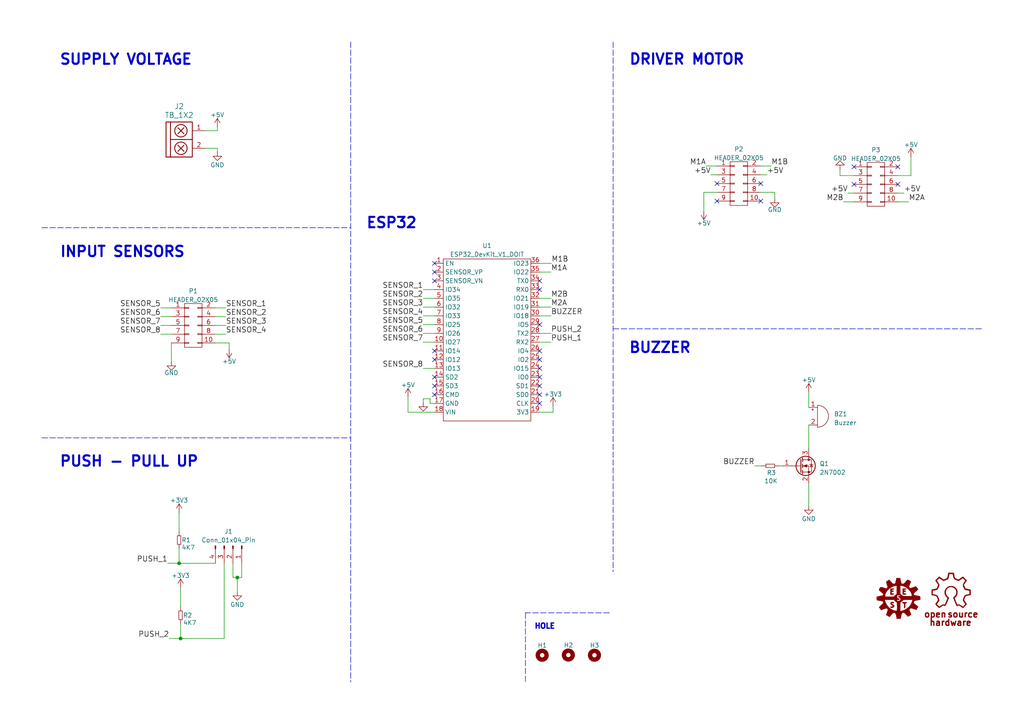
<source format=kicad_sch>
(kicad_sch (version 20230121) (generator eeschema)
  (paper "A4")
  (title_block (title "Main Board - B2023") (date "2023-03-02") (rev "1.0") (company "E.E.S.T. N°5") (comment 1 "Autor: Mauricio Falcon") (comment 2 "CURSO: 7MO 3RA"))
  (lib_symbols
    (symbol "2019---Sumo---NANO---BTS7960-rescue:LOGO_ROTULO-EESTN5" (pin_names (offset 1.016))
      (symbol "LOGO_ROTULO-EESTN5_0_0"
        (polyline (pts (xy 1.8034 -2.921) (xy 1.8796 -2.8194) (xy 1.905 -2.6162) (xy 1.9304 -2.2352) (xy 1.9304 -1.7272) (xy 1.9558 -1.5748) (xy 2.032 -1.524) (xy 2.1844 -1.524) (xy 2.3368 -1.4732) (xy 2.4384 -1.3716) (xy 2.413 -1.3208) (xy 2.3368 -1.2446) (xy 2.1336 -1.2192) (xy 1.2954 -1.2192) (xy 1.143 -1.27) (xy 1.1176 -1.3716) (xy 1.143 -1.4478) (xy 1.3716 -1.524) (xy 1.4224 -1.524) (xy 1.524 -1.5494) (xy 1.5748 -1.6256) (xy 1.6002 -1.8542) (xy 1.6256 -2.2352) (xy 1.6256 -2.7432) (xy 1.6764 -2.8956) (xy 1.778 -2.9464) (xy 1.8034 -2.921)) (stroke (width 0.0254)) (fill (type outline)))
        (polyline (pts (xy -1.5748 1.0414) (xy -1.397 1.0922) (xy -1.3208 1.1684) (xy -1.3462 1.1938) (xy -1.4224 1.2954) (xy -1.6764 1.3208) (xy -1.905 1.3462) (xy -2.0066 1.4224) (xy -2.032 1.5748) (xy -2.032 1.7018) (xy -1.9558 1.8034) (xy -1.7272 1.8288) (xy -1.524 1.8796) (xy -1.4224 1.9812) (xy -1.4986 2.1082) (xy -1.7272 2.1336) (xy -1.9558 2.1844) (xy -2.032 2.286) (xy -2.032 2.3114) (xy -1.9558 2.413) (xy -1.6764 2.4384) (xy -1.651 2.4638) (xy -1.4224 2.4892) (xy -1.3208 2.5908) (xy -1.3716 2.6924) (xy -1.524 2.7432) (xy -2.3368 2.7432) (xy -2.3368 1.016) (xy -1.8288 1.016) (xy -1.5748 1.0414)) (stroke (width 0.0254)) (fill (type outline)))
        (polyline (pts (xy 1.9812 1.0414) (xy 2.159 1.0922) (xy 2.2352 1.1684) (xy 2.2098 1.1938) (xy 2.1336 1.2954) (xy 1.8796 1.3208) (xy 1.651 1.3462) (xy 1.5494 1.4224) (xy 1.524 1.5748) (xy 1.524 1.7018) (xy 1.6002 1.8034) (xy 1.8288 1.8288) (xy 2.032 1.8796) (xy 2.1336 1.9812) (xy 2.0574 2.1082) (xy 1.8288 2.1336) (xy 1.6002 2.1844) (xy 1.524 2.286) (xy 1.524 2.3114) (xy 1.6002 2.413) (xy 1.8796 2.4384) (xy 1.905 2.4638) (xy 2.1336 2.4892) (xy 2.2352 2.5908) (xy 2.1844 2.6924) (xy 2.032 2.7432) (xy 1.2192 2.7432) (xy 1.2192 1.016) (xy 1.7272 1.016) (xy 1.9812 1.0414)) (stroke (width 0.0254)) (fill (type outline)))
        (polyline (pts (xy -1.6256 -2.7686) (xy -1.4224 -2.667) (xy -1.27 -2.4892) (xy -1.2446 -2.2606) (xy -1.397 -2.0066) (xy -1.778 -1.778) (xy -1.905 -1.6764) (xy -2.032 -1.524) (xy -2.032 -1.4478) (xy -1.9304 -1.4224) (xy -1.4732 -1.4732) (xy -1.3716 -1.4478) (xy -1.3462 -1.3208) (xy -1.4732 -1.1684) (xy -1.7272 -1.1176) (xy -1.9812 -1.143) (xy -2.1844 -1.27) (xy -2.2606 -1.3208) (xy -2.3368 -1.5748) (xy -2.2352 -1.8288) (xy -1.9304 -2.032) (xy -1.6764 -2.2098) (xy -1.6002 -2.3368) (xy -1.6764 -2.4384) (xy -1.9558 -2.4638) (xy -1.9812 -2.4638) (xy -2.2606 -2.4892) (xy -2.3622 -2.6162) (xy -2.286 -2.7686) (xy -2.159 -2.8194) (xy -1.905 -2.8194) (xy -1.6256 -2.7686)) (stroke (width 0.0254)) (fill (type outline)))
        (polyline (pts (xy 0.762 -5.1816) (xy 0.8128 -4.953) (xy 0.9144 -4.6228) (xy 0.9906 -4.445) (xy 1.0922 -4.318) (xy 1.2446 -4.2418) (xy 1.3716 -4.2164) (xy 1.524 -4.2164) (xy 1.6764 -4.2926) (xy 1.8796 -4.4704) (xy 2.794 -5.3848) (xy 3.2258 -5.1054) (xy 3.3782 -5.0038) (xy 3.556 -4.8514) (xy 3.6576 -4.7498) (xy 3.6068 -4.6482) (xy 3.5306 -4.4196) (xy 3.4036 -4.0894) (xy 3.302 -3.8862) (xy 3.175 -3.5814) (xy 3.1496 -3.3782) (xy 3.2004 -3.2258) (xy 3.429 -2.9972) (xy 3.556 -2.9464) (xy 3.7084 -2.9718) (xy 3.9624 -3.0226) (xy 4.3688 -3.1496) (xy 5.1562 -3.429) (xy 5.4102 -2.9718) (xy 5.5118 -2.8194) (xy 5.6388 -2.5908) (xy 5.6896 -2.4892) (xy 5.6642 -2.4892) (xy 5.5626 -2.3622) (xy 5.3086 -2.1844) (xy 5.0038 -1.9558) (xy 4.6736 -1.6764) (xy 4.445 -1.4732) (xy 4.3942 -1.3208) (xy 4.4196 -1.27) (xy 4.4704 -1.0922) (xy 4.572 -0.9144) (xy 4.7752 -0.762) (xy 5.0292 -0.7112) (xy 5.1308 -0.6858) (xy 5.4356 -0.6604) (xy 5.7658 -0.5842) (xy 6.2992 -0.4826) (xy 6.2992 0.0254) (xy 6.2738 0.0508) (xy 6.2738 0.3048) (xy 6.223 0.4572) (xy 6.096 0.5588) (xy 5.842 0.6096) (xy 5.4356 0.6604) (xy 5.1054 0.7112) (xy 4.7752 0.7874) (xy 4.572 0.8382) (xy 4.4704 0.9398) (xy 4.4196 1.0922) (xy 4.4196 1.2446) (xy 4.5212 1.397) (xy 4.699 1.6256) (xy 5.0292 1.905) (xy 5.1562 2.0066) (xy 5.6134 2.4638) (xy 5.6642 2.54) (xy 5.6642 2.5908) (xy 5.5372 2.7686) (xy 5.334 2.9972) (xy 5.0292 3.3782) (xy 3.4544 2.8194) (xy 3.2258 3.0226) (xy 2.9972 3.2512) (xy 3.302 3.9878) (xy 3.3274 4.0894) (xy 3.4544 4.4196) (xy 3.556 4.6736) (xy 3.5814 4.7752) (xy 3.5052 4.8514) (xy 3.302 4.9784) (xy 3.048 5.1308) (xy 2.8448 5.2324) (xy 2.7178 5.2832) (xy 2.6924 5.2832) (xy 2.5908 5.2324) (xy 2.4384 5.1054) (xy 2.2098 4.8768) (xy 1.8796 4.4958) (xy 1.524 4.1402) (xy 1.3716 4.0894) (xy 1.143 4.1148) (xy 0.889 4.2164) (xy 0.7874 4.3434) (xy 0.7366 4.5974) (xy 0.635 5.0038) (xy 0.4572 5.7912) (xy -0.5842 5.7912) (xy -0.7112 5.1054) (xy -0.8128 4.699) (xy -0.889 4.4196) (xy -0.9652 4.2418) (xy -1.0922 4.1656) (xy -1.2954 4.1148) (xy -1.524 4.1148) (xy -1.6764 4.191) (xy -1.8796 4.3688) (xy -2.1336 4.6736) (xy -2.6924 5.2832) (xy -3.0988 5.0546) (xy -3.2258 4.953) (xy -3.4544 4.8006) (xy -3.556 4.6736) (xy -3.5306 4.5212) (xy -3.4544 4.2164) (xy -3.3528 3.8608) (xy -3.1242 3.175) (xy -3.3528 2.9464) (xy -3.556 2.7178) (xy -4.0386 2.8956) (xy -4.572 3.0734) (xy -4.9022 3.1496) (xy -5.0546 3.1496) (xy -5.2324 3.1242) (xy -5.3594 3.0226) (xy -5.5118 2.7432) (xy -5.5626 2.6162) (xy -5.6388 2.3876) (xy -5.6388 2.2606) (xy -5.5118 2.1336) (xy -5.2832 1.9558) (xy -4.9784 1.7018) (xy -4.7752 1.524) (xy -4.5466 1.3208) (xy -4.4704 1.143) (xy -4.445 0.9906) (xy -4.4704 0.889) (xy -4.5212 0.8128) (xy -4.6228 0.7366) (xy -4.826 0.6858) (xy -5.1562 0.6096) (xy -5.6388 0.508) (xy -6.1722 0.4064) (xy -3.8608 0.4064) (xy -3.8608 0.7874) (xy -3.8354 1.1176) (xy -3.6068 1.6256) (xy -3.2512 2.159) (xy -2.7686 2.6416) (xy -2.6416 2.7432) (xy -2.159 3.048) (xy -1.651 3.3274) (xy -1.1684 3.5052) (xy -0.762 3.556) (xy -0.508 3.556) (xy -0.508 1.1938) (xy -0.5588 1.143) (xy 0.508 1.143) (xy 0.508 3.429) (xy 0.5588 3.5814) (xy 0.6096 3.6322) (xy 0.6858 3.6322) (xy 0.9144 3.5814) (xy 1.1938 3.5052) (xy 1.3462 3.4798) (xy 1.9304 3.2512) (xy 2.4892 2.8702) (xy 2.9972 2.413) (xy 3.429 1.905) (xy 3.7338 1.3716) (xy 3.8608 0.8636) (xy 3.9116 0.5588) (xy 2.5654 0.5334) (xy 2.0066 0.5334) (xy 1.5748 0.5588) (xy 1.2954 0.5842) (xy 1.2192 0.6096) (xy 1.0668 0.762) (xy 0.8636 0.9144) (xy 0.508 1.143) (xy -0.5588 1.143) (xy -0.9398 0.8128) (xy -1.3716 0.4064) (xy -3.8608 0.4064) (xy -6.1722 0.4064) (xy -6.3246 0.381) (xy -6.2992 -0.127) (xy -6.2738 -0.508) (xy -3.9878 -0.508) (xy -1.3208 -0.508) (xy -1.1938 -0.6604) (xy -0.508 -0.6604) (xy -0.4318 -0.5588) (xy -0.127 -0.5334) (xy 0.0762 -0.5334) (xy 0.2032 -0.4826) (xy 0.254 -0.3556) (xy 0.2286 -0.2794) (xy 0.1524 -0.1524) (xy -0.0762 -0.1016) (xy -0.2032 -0.1016) (xy -0.3556 -0.0508) (xy -0.4064 0.1016) (xy -0.4064 0.8128) (xy 0.2286 0.8128) (xy 0.4318 0.762) (xy 0.508 0.6604) (xy 0.4318 0.5588) (xy 0.2032 0.508) (xy 0 0.4826) (xy -0.1016 0.4064) (xy -0.0254 0.2794) (xy 0.2286 0.1524) (xy 0.3556 0.127) (xy 0.508 -0.0254) (xy 0.5842 -0.254) (xy 0.5842 -0.2794) (xy 0.5588 -0.5588) (xy 0.381 -0.7366) (xy 0.3302 -0.762) (xy 0.0508 -0.8636) (xy -0.2286 -0.889) (xy -0.4318 -0.8128) (xy -0.508 -0.6604) (xy -1.1938 -0.6604) (xy -1.016 -0.8636) (xy -0.9144 -0.9652) (xy -0.7112 -1.143) (xy -0.5588 -1.2192) (xy -0.508 -1.2192) (xy -0.4572 -1.3462) (xy -0.4318 -1.5494) (xy -0.4318 -1.9304) (xy -0.4318 -2.032) (xy 0.508 -2.032) (xy 0.5334 -1.5748) (xy 0.5588 -1.2954) (xy 0.5842 -1.2192) (xy 0.6604 -1.1938) (xy 0.8382 -1.0414) (xy 1.0922 -0.8636) (xy 1.4732 -0.508) (xy 4.064 -0.508) (xy 3.9878 -0.8382) (xy 3.9878 -0.889) (xy 3.81 -1.3462) (xy 3.556 -1.8542) (xy 3.2258 -2.3368) (xy 2.921 -2.667) (xy 2.6924 -2.8448) (xy 2.3114 -3.1242) (xy 1.9304 -3.3274) (xy 1.6256 -3.4798) (xy 1.2192 -3.6322) (xy 0.9144 -3.7338) (xy 0.508 -3.8354) (xy 0.508 -2.032) (xy -0.4318 -2.032) (xy -0.4064 -2.4892) (xy -0.4064 -2.8448) (xy -0.4318 -3.302) (xy -0.4572 -3.5814) (xy -0.5588 -3.7084) (xy -0.7366 -3.7592) (xy -0.9906 -3.683) (xy -1.3716 -3.5814) (xy -1.9304 -3.3528) (xy -2.6162 -2.8956) (xy -3.175 -2.286) (xy -3.6322 -1.5748) (xy -3.9116 -0.7874) (xy -3.9878 -0.508) (xy -6.2738 -0.508) (xy -6.2484 -0.635) (xy -5.3848 -0.7874) (xy -5.0546 -0.8382) (xy -4.7498 -0.9144) (xy -4.572 -0.9652) (xy -4.4704 -1.0668) (xy -4.4196 -1.1938) (xy -4.4196 -1.3716) (xy -4.4958 -1.524) (xy -4.6736 -1.7272) (xy -4.9784 -2.032) (xy -5.08 -2.1082) (xy -5.5372 -2.5654) (xy -5.6134 -2.6924) (xy -5.588 -2.7178) (xy -5.4864 -2.8956) (xy -5.3086 -3.1242) (xy -5.0292 -3.4798) (xy -4.2164 -3.2004) (xy -3.8608 -3.0734) (xy -3.6068 -2.9972) (xy -3.429 -2.9972) (xy -3.3274 -3.0226) (xy -3.2258 -3.1242) (xy -3.1496 -3.2258) (xy -3.0988 -3.3274) (xy -3.0988 -3.4798) (xy -3.175 -3.7084) (xy -3.302 -4.1148) (xy -3.3528 -4.2418) (xy -3.4544 -4.572) (xy -3.5306 -4.826) (xy -3.5306 -4.9276) (xy -3.5052 -4.953) (xy -3.302 -5.0546) (xy -3.048 -5.207) (xy -2.5654 -5.461) (xy -2.0574 -4.826) (xy -1.7526 -4.4958) (xy -1.524 -4.318) (xy -1.3462 -4.2418) (xy -1.1684 -4.2418) (xy -1.016 -4.2926) (xy -0.9144 -4.3942) (xy -0.8128 -4.5974) (xy -0.7112 -4.9276) (xy -0.6096 -5.4102) (xy -0.508 -5.9944) (xy 0.5842 -5.9944) (xy 0.762 -5.1816)) (stroke (width 0.0254)) (fill (type outline)))
      )
    )
    (symbol "2019---Sumo---NANO---BTS7960-rescue:OSHWA-EESTN5" (pin_names (offset 1.016))
      (symbol "OSHWA-EESTN5_0_0"
        (polyline (pts (xy 5.7912 2.667) (xy 5.5372 2.7178) (xy 5.4864 2.7432) (xy 5.4864 1.8796) (xy 5.4864 1.8288) (xy 5.4864 1.6002) (xy 5.4864 1.4732) (xy 5.4102 1.3716) (xy 5.2832 1.3208) (xy 5.0038 1.27) (xy 4.6228 1.1938) (xy 4.572 1.1684) (xy 4.318 1.1176) (xy 4.1656 1.0414) (xy 4.0386 0.889) (xy 3.937 0.6604) (xy 3.8354 0.4064) (xy 3.683 0.0762) (xy 3.6068 -0.1778) (xy 3.5814 -0.3556) (xy 3.6322 -0.5334) (xy 3.7592 -0.7366) (xy 3.9116 -0.9906) (xy 4.318 -1.5494) (xy 3.937 -1.9304) (xy 3.5814 -2.3114) (xy 3.048 -1.9558) (xy 2.794 -1.778) (xy 2.5654 -1.651) (xy 2.3876 -1.6256) (xy 2.2098 -1.6256) (xy 1.905 -1.6764) (xy 1.4986 -0.7112) (xy 1.1176 0.2286) (xy 1.397 0.508) (xy 1.5748 0.6604) (xy 1.8034 1.016) (xy 1.9304 1.397) (xy 1.9812 1.8542) (xy 1.9812 1.9304) (xy 1.9558 2.2606) (xy 1.905 2.54) (xy 1.7526 2.8194) (xy 1.4732 3.175) (xy 1.0668 3.5052) (xy 0.5842 3.683) (xy 0.1016 3.7338) (xy -0.4064 3.6576) (xy -0.889 3.429) (xy -1.2954 3.048) (xy -1.3462 2.9972) (xy -1.6256 2.5146) (xy -1.7526 2.0066) (xy -1.7018 1.4986) (xy -1.4986 0.9906) (xy -1.143 0.508) (xy -0.8636 0.2032) (xy -1.2446 -0.7366) (xy -1.651 -1.6764) (xy -1.9558 -1.6256) (xy -2.1082 -1.6256) (xy -2.286 -1.651) (xy -2.4892 -1.7526) (xy -2.7686 -1.9304) (xy -3.2766 -2.2606) (xy -3.6576 -1.905) (xy -4.0132 -1.524) (xy -3.6322 -0.9652) (xy -3.2766 -0.4064) (xy -3.429 0.0254) (xy -3.4544 0.1016) (xy -3.6068 0.508) (xy -3.7338 0.7874) (xy -3.8862 0.9906) (xy -4.0894 1.0922) (xy -4.3688 1.1938) (xy -4.7752 1.27) (xy -5.2578 1.3716) (xy -5.2324 1.905) (xy -5.207 2.413) (xy -4.5212 2.54) (xy -3.8608 2.667) (xy -3.5814 3.2512) (xy -3.556 3.302) (xy -3.4036 3.6068) (xy -3.3274 3.8862) (xy -3.2766 4.0386) (xy -3.3274 4.2164) (xy -3.4544 4.445) (xy -3.6322 4.7244) (xy -3.6576 4.7498) (xy -3.81 5.0292) (xy -3.937 5.207) (xy -3.9878 5.3086) (xy -3.9878 5.334) (xy -3.8862 5.461) (xy -3.7338 5.6388) (xy -3.5306 5.8166) (xy -3.3782 5.969) (xy -3.2766 6.0198) (xy -3.1496 5.9436) (xy -2.9464 5.8166) (xy -2.6924 5.6388) (xy -2.6162 5.588) (xy -2.3622 5.4102) (xy -2.159 5.3086) (xy -2.032 5.2578) (xy -1.8796 5.3086) (xy -1.6256 5.3848) (xy -1.3208 5.5118) (xy -1.2446 5.5372) (xy -0.9144 5.6896) (xy -0.7112 5.842) (xy -0.635 5.969) (xy -0.6096 6.096) (xy -0.5588 6.3754) (xy -0.4826 6.6802) (xy -0.381 7.239) (xy 0.127 7.239) (xy 0.635 7.239) (xy 0.7366 6.731) (xy 0.7874 6.477) (xy 0.8636 6.1722) (xy 0.9398 5.9436) (xy 1.0414 5.8166) (xy 1.1684 5.715) (xy 1.3462 5.6134) (xy 1.4478 5.5626) (xy 1.778 5.4356) (xy 2.032 5.334) (xy 2.1844 5.2832) (xy 2.3114 5.2832) (xy 2.4638 5.334) (xy 2.667 5.4356) (xy 2.9464 5.6388) (xy 3.556 6.0452) (xy 3.937 5.6896) (xy 4.2926 5.3086) (xy 3.9116 4.7498) (xy 3.8354 4.6228) (xy 3.683 4.318) (xy 3.5814 4.0894) (xy 3.6068 3.8354) (xy 3.683 3.5306) (xy 3.8862 3.1496) (xy 4.1148 2.667) (xy 4.7752 2.54) (xy 5.461 2.413) (xy 5.4864 1.8796) (xy 5.4864 2.7432) (xy 5.4102 2.7432) (xy 5.1054 2.8194) (xy 4.8006 2.8956) (xy 4.2926 2.9718) (xy 4.064 3.5306) (xy 3.81 4.0894) (xy 4.2418 4.7244) (xy 4.6736 5.3594) (xy 4.1148 5.9182) (xy 3.5814 6.4516) (xy 2.921 6.0198) (xy 2.286 5.5626) (xy 1.7526 5.7912) (xy 1.1938 6.0452) (xy 1.0922 6.5532) (xy 1.0668 6.8072) (xy 0.9906 7.0866) (xy 0.9652 7.3152) (xy 0.9144 7.5438) (xy 0.127 7.5438) (xy -0.6604 7.5438) (xy -0.762 6.9342) (xy -0.8128 6.6802) (xy -0.889 6.35) (xy -0.9652 6.1214) (xy -1.0922 5.9944) (xy -1.27 5.8928) (xy -1.524 5.7658) (xy -2.032 5.588) (xy -2.667 6.0198) (xy -3.3274 6.477) (xy -3.8608 5.9182) (xy -4.4196 5.3594) (xy -3.9878 4.7244) (xy -3.556 4.0894) (xy -3.7846 3.556) (xy -3.7846 3.5306) (xy -3.8862 3.2766) (xy -3.9878 3.0734) (xy -4.0132 2.9972) (xy -4.0386 2.9718) (xy -4.191 2.9464) (xy -4.445 2.8956) (xy -4.7752 2.8194) (xy -5.5118 2.6924) (xy -5.5118 1.905) (xy -5.5118 1.143) (xy -4.9022 1.016) (xy -4.8768 1.016) (xy -4.5466 0.9652) (xy -4.2926 0.889) (xy -4.1402 0.8382) (xy -4.1148 0.8128) (xy -4.0132 0.6604) (xy -3.8862 0.4318) (xy -3.7592 0.1524) (xy -3.683 -0.1016) (xy -3.6576 -0.3048) (xy -3.7084 -0.4572) (xy -3.8608 -0.6858) (xy -4.0386 -0.9652) (xy -4.4196 -1.524) (xy -3.8862 -2.0828) (xy -3.7846 -2.2098) (xy -3.556 -2.413) (xy -3.3782 -2.5654) (xy -3.3274 -2.6162) (xy -3.302 -2.6162) (xy -3.2004 -2.54) (xy -2.9972 -2.413) (xy -2.7178 -2.2352) (xy -2.5654 -2.1082) (xy -2.3368 -1.9558) (xy -2.1844 -1.905) (xy -2.0574 -1.905) (xy -1.905 -1.9304) (xy -1.7018 -2.0066) (xy -1.5748 -2.0574) (xy -1.5494 -2.032) (xy -1.4732 -1.8796) (xy -1.3462 -1.6256) (xy -1.1684 -1.27) (xy -0.9906 -0.8636) (xy -0.4826 0.3556) (xy -0.8382 0.6604) (xy -1.016 0.8128) (xy -1.27 1.2192) (xy -1.4224 1.651) (xy -1.4224 2.1082) (xy -1.2954 2.5146) (xy -1.0922 2.8956) (xy -0.762 3.2004) (xy -0.3556 3.4036) (xy 0.1524 3.4798) (xy 0.4826 3.429) (xy 0.9144 3.2766) (xy 1.27 2.9718) (xy 1.5494 2.5908) (xy 1.6764 2.159) (xy 1.6764 1.8288) (xy 1.6256 1.4478) (xy 1.4732 1.0922) (xy 1.1684 0.762) (xy 0.762 0.3556) (xy 1.2446 -0.8128) (xy 1.3208 -1.016) (xy 1.4732 -1.397) (xy 1.6256 -1.7272) (xy 1.7272 -1.9558) (xy 1.778 -2.0574) (xy 1.8796 -2.0828) (xy 2.032 -2.0066) (xy 2.1844 -1.905) (xy 2.3114 -1.8796) (xy 2.4892 -1.905) (xy 2.7178 -2.032) (xy 3.0226 -2.2352) (xy 3.5814 -2.6416) (xy 4.1402 -2.0828) (xy 4.6736 -1.524) (xy 4.2926 -0.9652) (xy 4.2164 -0.8636) (xy 4.064 -0.6096) (xy 3.937 -0.381) (xy 3.8862 -0.2794) (xy 3.8862 -0.254) (xy 3.937 -0.0762) (xy 4.0386 0.1778) (xy 4.1402 0.4572) (xy 4.2418 0.6858) (xy 4.318 0.7874) (xy 4.3434 0.8128) (xy 4.4958 0.8636) (xy 4.7498 0.9398) (xy 5.08 1.016) (xy 5.7912 1.143) (xy 5.7912 1.905) (xy 5.7912 2.667) (xy 5.7912 2.667)) (stroke (width 0.0254)) (fill (type outline)))
        (text "hardware" (at -0.0254 -6.858 0) (effects (font (size 1.778 1.778) bold)))
        (text "open" (at -4.445 -4.445 0) (effects (font (size 1.778 1.778) bold)))
        (text "source" (at 3.556 -4.445 0) (effects (font (size 1.778 1.778) bold)))
      )
    )
    (symbol "2019---Sumo---NANO---BTS7960-rescue:R-EESTN5" (pin_numbers hide) (pin_names (offset 0))
      (property "Reference" "R" (at -1.27 0 90))
      (property "Value" "R-EESTN5" (at 1.27 0 90))
      (symbol "R-EESTN5_0_1"
        (rectangle (start 0.508 1.27) (end -0.508 -1.27))
      )
      (symbol "R-EESTN5_1_1"
        (pin passive line (at 0 2.54 270) (length 1.27) (name "~") (number "1"))
        (pin passive line (at 0 -2.54 90) (length 1.27) (name "~") (number "2"))
      )
    )
    (symbol "Connector:Conn_01x04_Pin" (pin_names (offset 1.016) hide)
      (property "Reference" "J" (at 0 5.08 0))
      (property "Value" "Conn_01x04_Pin" (at 0 -7.62 0))
      (symbol "Conn_01x04_Pin_1_1"
        (polyline (pts (xy 1.27 -5.08) (xy 0.8636 -5.08)) (stroke (width 0.1524)))
        (polyline (pts (xy 1.27 -2.54) (xy 0.8636 -2.54)) (stroke (width 0.1524)))
        (polyline (pts (xy 1.27 0) (xy 0.8636 0)) (stroke (width 0.1524)))
        (polyline (pts (xy 1.27 2.54) (xy 0.8636 2.54)) (stroke (width 0.1524)))
        (rectangle (start 0.8636 -4.953) (end 0 -5.207) (stroke (width 0.1524)) (fill (type outline)))
        (rectangle (start 0.8636 -2.413) (end 0 -2.667) (stroke (width 0.1524)) (fill (type outline)))
        (rectangle (start 0.8636 0.127) (end 0 -0.127) (stroke (width 0.1524)) (fill (type outline)))
        (rectangle (start 0.8636 2.667) (end 0 2.413) (stroke (width 0.1524)) (fill (type outline)))
        (pin passive line (at 5.08 2.54 180) (length 3.81) (name "Pin_1") (number "1"))
        (pin passive line (at 5.08 0 180) (length 3.81) (name "Pin_2") (number "2"))
        (pin passive line (at 5.08 -2.54 180) (length 3.81) (name "Pin_3") (number "3"))
        (pin passive line (at 5.08 -5.08 180) (length 3.81) (name "Pin_4") (number "4"))
      )
    )
    (symbol "Device:Buzzer" (pin_names (offset 0.0254) hide)
      (property "Reference" "BZ" (at 3.81 1.27 0))
      (property "Value" "Buzzer" (at 3.81 -1.27 0))
      (symbol "Buzzer_0_1"
        (arc (start 0 -3.175) (mid 3.1612 0) (end 0 3.175))
        (polyline (pts (xy -1.651 1.905) (xy -1.143 1.905)))
        (polyline (pts (xy -1.397 2.159) (xy -1.397 1.651)))
        (polyline (pts (xy 0 3.175) (xy 0 -3.175)))
      )
      (symbol "Buzzer_1_1"
        (pin passive line (at -2.54 2.54 0) (length 2.54) (name "-") (number "1"))
        (pin passive line (at -2.54 -2.54 0) (length 2.54) (name "+") (number "2"))
      )
    )
    (symbol "EESTN5-v2:ESP32_DevKit_V1_DOIT"
      (property "Reference" "U" (at -11.43 34.29 0))
      (property "Value" "ESP32_DevKit_V1_DOIT" (at 11.43 34.29 0))
      (symbol "ESP32_DevKit_V1_DOIT_0_0"
        (pin bidirectional line (at 15.24 25.4 180) (length 2.54) (name "TX0") (number "34"))
        (pin bidirectional line (at 15.24 27.94 180) (length 2.54) (name "IO22") (number "35"))
        (pin bidirectional line (at 15.24 30.48 180) (length 2.54) (name "IO23") (number "36"))
      )
      (symbol "ESP32_DevKit_V1_DOIT_0_1"
        (rectangle (start -12.7 31.75) (end 12.7 -15.24))
      )
      (symbol "ESP32_DevKit_V1_DOIT_1_1"
        (pin input line (at -15.24 30.48 0) (length 2.54) (name "EN") (number "1"))
        (pin bidirectional line (at -15.24 7.62 0) (length 2.54) (name "IO27") (number "10"))
        (pin bidirectional line (at -15.24 5.08 0) (length 2.54) (name "IO14") (number "11"))
        (pin bidirectional line (at -15.24 2.54 0) (length 2.54) (name "IO12") (number "12"))
        (pin bidirectional line (at -15.24 0 0) (length 2.54) (name "IO13") (number "13"))
        (pin bidirectional line (at -15.24 -2.54 0) (length 2.54) (name "SD2") (number "14"))
        (pin bidirectional line (at -15.24 -5.08 0) (length 2.54) (name "SD3") (number "15"))
        (pin bidirectional line (at -15.24 -7.62 0) (length 2.54) (name "CMD") (number "16"))
        (pin power_in line (at -15.24 -10.16 0) (length 2.54) (name "GND") (number "17"))
        (pin power_in line (at -15.24 -12.7 0) (length 2.54) (name "VIN") (number "18"))
        (pin power_in line (at 15.24 -12.7 180) (length 2.54) (name "3V3") (number "19"))
        (pin input line (at -15.24 27.94 0) (length 2.54) (name "SENSOR_VP") (number "2"))
        (pin bidirectional line (at 15.24 -10.16 180) (length 2.54) (name "CLK") (number "20"))
        (pin bidirectional line (at 15.24 -7.62 180) (length 2.54) (name "SD0") (number "21"))
        (pin bidirectional line (at 15.24 -5.08 180) (length 2.54) (name "SD1") (number "22"))
        (pin bidirectional line (at 15.24 -2.54 180) (length 2.54) (name "IO0") (number "23"))
        (pin bidirectional line (at 15.24 0 180) (length 2.54) (name "IO15") (number "24"))
        (pin bidirectional line (at 15.24 2.54 180) (length 2.54) (name "IO2") (number "25"))
        (pin bidirectional line (at 15.24 5.08 180) (length 2.54) (name "IO4") (number "26"))
        (pin bidirectional line (at 15.24 7.62 180) (length 2.54) (name "RX2") (number "27"))
        (pin bidirectional line (at 15.24 10.16 180) (length 2.54) (name "TX2") (number "28"))
        (pin bidirectional line (at 15.24 12.7 180) (length 2.54) (name "IO5") (number "29"))
        (pin input line (at -15.24 25.4 0) (length 2.54) (name "SENSOR_VN") (number "3"))
        (pin bidirectional line (at 15.24 15.24 180) (length 2.54) (name "IO18") (number "30"))
        (pin bidirectional line (at 15.24 17.78 180) (length 2.54) (name "IO19") (number "31"))
        (pin bidirectional line (at 15.24 20.32 180) (length 2.54) (name "IO21") (number "32"))
        (pin bidirectional line (at 15.24 22.86 180) (length 2.54) (name "RX0") (number "33"))
        (pin input line (at -15.24 22.86 0) (length 2.54) (name "IO34") (number "4"))
        (pin input line (at -15.24 20.32 0) (length 2.54) (name "IO35") (number "5"))
        (pin bidirectional line (at -15.24 17.78 0) (length 2.54) (name "IO32") (number "6"))
        (pin bidirectional line (at -15.24 15.24 0) (length 2.54) (name "IO33") (number "7"))
        (pin bidirectional line (at -15.24 12.7 0) (length 2.54) (name "IO25") (number "8"))
        (pin bidirectional line (at -15.24 10.16 0) (length 2.54) (name "IO26") (number "9"))
      )
    )
    (symbol "EESTN5-v2:HEADER_02X05" (pin_names (offset 0.0254) hide)
      (property "Reference" "P" (at 0 7.62 0))
      (property "Value" "HEADER_02X05" (at 0 -7.62 0))
      (symbol "HEADER_02X05_0_1"
        (rectangle (start -2.54 -4.953) (end -1.27 -5.207))
        (rectangle (start -2.54 -2.413) (end -1.27 -2.667))
        (rectangle (start -2.54 0.127) (end -1.27 -0.127))
        (rectangle (start -2.54 2.667) (end -1.27 2.413))
        (rectangle (start -2.54 5.207) (end -1.27 4.953))
        (rectangle (start -2.54 6.35) (end 2.54 -6.35))
        (rectangle (start 1.27 -4.953) (end 2.54 -5.207))
        (rectangle (start 1.27 -2.413) (end 2.54 -2.667))
        (rectangle (start 1.27 0.127) (end 2.54 -0.127))
        (rectangle (start 1.27 2.667) (end 2.54 2.413))
        (rectangle (start 1.27 5.207) (end 2.54 4.953))
      )
      (symbol "HEADER_02X05_1_1"
        (pin passive line (at -6.35 5.08 0) (length 3.81) (name "P1") (number "1"))
        (pin passive line (at 6.35 -5.08 180) (length 3.81) (name "P10") (number "10"))
        (pin passive line (at 6.35 5.08 180) (length 3.81) (name "P2") (number "2"))
        (pin passive line (at -6.35 2.54 0) (length 3.81) (name "P3") (number "3"))
        (pin passive line (at 6.35 2.54 180) (length 3.81) (name "P4") (number "4"))
        (pin passive line (at -6.35 0 0) (length 3.81) (name "P5") (number "5"))
        (pin passive line (at 6.35 0 180) (length 3.81) (name "P6") (number "6"))
        (pin passive line (at -6.35 -2.54 0) (length 3.81) (name "P7") (number "7"))
        (pin passive line (at 6.35 -2.54 180) (length 3.81) (name "P8") (number "8"))
        (pin passive line (at -6.35 -5.08 0) (length 3.81) (name "P9") (number "9"))
      )
    )
    (symbol "EESTN5-v2:Mounting_Hole" (pin_names (offset 1.016))
      (property "Reference" "H" (at 0 5.08 0))
      (symbol "Mounting_Hole_0_1"
        (circle (center 0 0) (radius 1.27) (stroke (width 1.27)))
      )
    )
    (symbol "EESTN5-v2:TB_1X2" (pin_names (offset 1.016))
      (property "Reference" "J" (at 0 7.62 0))
      (property "Value" "TB_1X2" (at 1.27 -7.62 0))
      (symbol "TB_1X2_0_1"
        (rectangle (start -2.54 5.08) (end 5.08 -5.08) (stroke (width 0.254)))
        (polyline (pts (xy -1.27 0) (xy 5.08 0)) (stroke (width 0.254)))
        (polyline (pts (xy -1.27 5.08) (xy -1.27 -5.08)) (stroke (width 0.254)))
        (polyline (pts (xy 0.889 -3.429) (xy 2.667 -1.651)) (stroke (width 0.254)))
        (polyline (pts (xy 0.889 -1.651) (xy 2.667 -3.429)) (stroke (width 0.254)))
        (polyline (pts (xy 0.889 1.651) (xy 2.667 3.429)) (stroke (width 0.254)))
        (polyline (pts (xy 0.889 3.429) (xy 2.667 1.651)) (stroke (width 0.254)))
        (circle (center 1.778 -2.54) (radius 1.8034) (stroke (width 0.254)))
        (circle (center 1.778 2.54) (radius 1.8034) (stroke (width 0.254)))
      )
      (symbol "TB_1X2_1_1"
        (pin input line (at 8.89 2.54 180) (length 3.81) (name "~") (number "1"))
        (pin input line (at 8.89 -2.54 180) (length 3.81) (name "~") (number "2"))
      )
    )
    (symbol "Transistor_FET:2N7002" (pin_names hide)
      (property "Reference" "Q" (at 5.08 1.905 0))
      (property "Value" "2N7002" (at 5.08 0 0))
      (symbol "2N7002_0_1"
        (polyline (pts (xy 0.254 0) (xy -2.54 0)))
        (polyline (pts (xy 0.254 1.905) (xy 0.254 -1.905)) (stroke (width 0.254)))
        (polyline (pts (xy 0.762 -1.27) (xy 0.762 -2.286)) (stroke (width 0.254)))
        (polyline (pts (xy 0.762 0.508) (xy 0.762 -0.508)) (stroke (width 0.254)))
        (polyline (pts (xy 0.762 2.286) (xy 0.762 1.27)) (stroke (width 0.254)))
        (polyline (pts (xy 2.54 2.54) (xy 2.54 1.778)))
        (polyline (pts (xy 2.54 -2.54) (xy 2.54 0) (xy 0.762 0)))
        (polyline (pts (xy 0.762 -1.778) (xy 3.302 -1.778) (xy 3.302 1.778) (xy 0.762 1.778)))
        (polyline (pts (xy 1.016 0) (xy 2.032 0.381) (xy 2.032 -0.381) (xy 1.016 0)) (fill (type outline)))
        (polyline (pts (xy 2.794 0.508) (xy 2.921 0.381) (xy 3.683 0.381) (xy 3.81 0.254)))
        (polyline (pts (xy 3.302 0.381) (xy 2.921 -0.254) (xy 3.683 -0.254) (xy 3.302 0.381)))
        (circle (center 1.651 0) (radius 2.794) (stroke (width 0.254)))
        (circle (center 2.54 -1.778) (radius 0.254) (fill (type outline)))
        (circle (center 2.54 1.778) (radius 0.254) (fill (type outline)))
      )
      (symbol "2N7002_1_1"
        (pin input line (at -5.08 0 0) (length 2.54) (name "G") (number "1"))
        (pin passive line (at 2.54 -5.08 90) (length 2.54) (name "S") (number "2"))
        (pin passive line (at 2.54 5.08 270) (length 2.54) (name "D") (number "3"))
      )
    )
    (symbol "power:+3V3" (power) (pin_names (offset 0))
      (property "Value" "+3V3" (at 0 3.556 0))
      (symbol "+3V3_0_1"
        (polyline (pts (xy -0.762 1.27) (xy 0 2.54)))
        (polyline (pts (xy 0 0) (xy 0 2.54)))
        (polyline (pts (xy 0 2.54) (xy 0.762 1.27)))
      )
      (symbol "+3V3_1_1"
        (pin power_in line (at 0 0 90) (length 0) hide (name "+3V3") (number "1"))
      )
    )
    (symbol "power:+5V" (power) (pin_names (offset 0))
      (property "Value" "+5V" (at 0 3.556 0))
      (symbol "+5V_0_1"
        (polyline (pts (xy -0.762 1.27) (xy 0 2.54)))
        (polyline (pts (xy 0 0) (xy 0 2.54)))
        (polyline (pts (xy 0 2.54) (xy 0.762 1.27)))
      )
      (symbol "+5V_1_1"
        (pin power_in line (at 0 0 90) (length 0) hide (name "+5V") (number "1"))
      )
    )
    (symbol "power:GND" (power) (pin_names (offset 0))
      (property "Value" "GND" (at 0 -3.81 0))
      (symbol "GND_0_1"
        (polyline (pts (xy 0 0) (xy 0 -1.27) (xy 1.27 -1.27) (xy 0 -2.54) (xy -1.27 -1.27) (xy 0 -1.27)))
      )
      (symbol "GND_1_1"
        (pin power_in line (at 0 0 270) (length 0) hide (name "GND") (number "1"))
      )
    )
  )
  (junction (at 51.943 163.3728))
  (junction (at 68.834 167.513))
  (junction (at 52.3748 185.1914))
  (no_connect (at 126.0348 101.7778))
  (no_connect (at 156.5148 117.0178))
  (no_connect (at 126.0348 78.9178))
  (no_connect (at 126.0348 104.3178))
  (no_connect (at 126.0348 114.4778))
  (no_connect (at 247.7008 48.387))
  (no_connect (at 126.0348 81.4578))
  (no_connect (at 220.6498 53.2384))
  (no_connect (at 156.5148 114.4778))
  (no_connect (at 260.4008 53.467))
  (no_connect (at 220.6498 58.3184))
  (no_connect (at 156.5148 83.9978))
  (no_connect (at 156.5148 106.8578))
  (no_connect (at 156.5148 111.9378))
  (no_connect (at 260.4008 48.387))
  (no_connect (at 126.0348 109.3978))
  (no_connect (at 126.0348 76.3778))
  (no_connect (at 156.5148 109.3978))
  (no_connect (at 207.9498 58.3184))
  (no_connect (at 156.5148 94.1578))
  (no_connect (at 156.5148 101.7778))
  (no_connect (at 247.7008 53.467))
  (no_connect (at 156.5148 104.3178))
  (no_connect (at 156.5148 81.4578))
  (no_connect (at 126.0348 111.9378))
  (no_connect (at 207.9498 53.2384))
  (wire (pts (xy 260.4008 56.007) (xy 262.1788 56.007)))
  (wire (pts (xy 51.943 159.1818) (xy 51.943 163.3728)))
  (wire (pts (xy 66.4718 99.4664) (xy 62.4078 99.4664)))
  (wire (pts (xy 124.7648 117.0178) (xy 126.0348 117.0178)))
  (wire (pts (xy 122.7328 89.0778) (xy 126.0348 89.0778)))
  (wire (pts (xy 156.5148 99.2378) (xy 159.8168 99.2378)))
  (wire (pts (xy 67.564 163.3728) (xy 67.564 167.513)))
  (wire (pts (xy 225.9584 135.128) (xy 226.949 135.128)))
  (wire (pts (xy 49.7078 99.4664) (xy 49.7078 104.8512)))
  (wire (pts (xy 234.569 146.685) (xy 234.569 140.208)))
  (polyline (pts (xy 176.7332 177.7492) (xy 152.4 177.7492)) (stroke (width 0) (type dash)))
  (wire (pts (xy 156.5148 96.6978) (xy 159.8168 96.6978)))
  (wire (pts (xy 156.5148 76.3778) (xy 159.9438 76.3778)))
  (wire (pts (xy 66.4718 99.4664) (xy 66.4718 101.2444)))
  (wire (pts (xy 51.943 163.3728) (xy 62.484 163.3728)))
  (wire (pts (xy 244.6528 58.547) (xy 247.7008 58.547)))
  (wire (pts (xy 51.943 154.1018) (xy 51.943 148.6408)))
  (wire (pts (xy 224.7138 55.7784) (xy 224.7138 57.5564)))
  (wire (pts (xy 243.6368 50.927) (xy 247.7008 50.927)))
  (wire (pts (xy 122.7328 106.8578) (xy 126.0348 106.8578)))
  (wire (pts (xy 207.9498 48.1584) (xy 204.7748 48.1584)))
  (wire (pts (xy 204.1398 55.7784) (xy 207.9498 55.7784)))
  (wire (pts (xy 264.2108 45.5422) (xy 264.2108 50.927)))
  (wire (pts (xy 68.834 167.513) (xy 68.834 171.5516)))
  (wire (pts (xy 65.5066 94.3864) (xy 62.4078 94.3864)))
  (wire (pts (xy 264.2108 50.927) (xy 260.4008 50.927)))
  (wire (pts (xy 118.3386 119.5578) (xy 126.0348 119.5578)))
  (wire (pts (xy 122.7328 91.6178) (xy 126.0348 91.6178)))
  (wire (pts (xy 224.7138 55.7784) (xy 220.6498 55.7784)))
  (wire (pts (xy 59.5884 37.9222) (xy 63.0428 37.9222)))
  (polyline (pts (xy 177.8508 95.377) (xy 284.8864 95.377)) (stroke (width 0) (type dash)))
  (polyline (pts (xy 101.727 12.1666) (xy 101.727 197.8406)) (stroke (width 0) (type dash)))
  (wire (pts (xy 156.5148 91.6178) (xy 159.8168 91.6178)))
  (wire (pts (xy 156.5148 89.0778) (xy 159.8168 89.0778)))
  (wire (pts (xy 70.104 167.513) (xy 68.834 167.513)))
  (wire (pts (xy 49.7078 94.3864) (xy 46.609 94.3864)))
  (wire (pts (xy 118.3386 115.2144) (xy 118.3386 119.5578)))
  (wire (pts (xy 65.5066 89.3064) (xy 62.4078 89.3064)))
  (wire (pts (xy 122.7582 115.6716) (xy 122.7582 116.713)))
  (wire (pts (xy 63.0428 37.9222) (xy 63.0428 36.8808)))
  (wire (pts (xy 49.0728 185.1914) (xy 52.3748 185.1914)))
  (wire (pts (xy 63.0428 43.0022) (xy 63.0428 44.0436)))
  (wire (pts (xy 70.104 163.3728) (xy 70.104 167.513)))
  (wire (pts (xy 218.8464 135.128) (xy 220.8784 135.128)))
  (wire (pts (xy 65.5066 96.9264) (xy 62.4078 96.9264)))
  (wire (pts (xy 247.7008 56.007) (xy 245.9228 56.007)))
  (wire (pts (xy 124.7648 115.6716) (xy 124.7648 117.0178)))
  (polyline (pts (xy 12.1412 127) (xy 101.727 127)) (stroke (width 0) (type dash)))
  (wire (pts (xy 52.3748 185.1914) (xy 65.024 185.1914)))
  (wire (pts (xy 207.9498 50.6984) (xy 206.1718 50.6984)))
  (wire (pts (xy 65.024 185.1914) (xy 65.024 163.3728)))
  (wire (pts (xy 48.641 163.3728) (xy 51.943 163.3728)))
  (wire (pts (xy 122.7328 86.5378) (xy 126.0348 86.5378)))
  (wire (pts (xy 156.5148 86.5378) (xy 159.8168 86.5378)))
  (polyline (pts (xy 152.4 177.7492) (xy 152.4 197.8406)) (stroke (width 0) (type dash)))
  (wire (pts (xy 204.1398 61.1632) (xy 204.1398 55.7784)))
  (wire (pts (xy 122.7328 96.6978) (xy 126.0348 96.6978)))
  (wire (pts (xy 122.7328 94.1578) (xy 126.0348 94.1578)))
  (wire (pts (xy 65.5066 91.8464) (xy 62.4078 91.8464)))
  (wire (pts (xy 160.401 119.5578) (xy 160.401 117.8052)))
  (wire (pts (xy 49.7078 91.8464) (xy 46.609 91.8464)))
  (wire (pts (xy 234.569 123.2662) (xy 234.569 130.048)))
  (wire (pts (xy 222.4278 50.6984) (xy 220.6498 50.6984)))
  (wire (pts (xy 52.3748 181.0004) (xy 52.3748 185.1914)))
  (wire (pts (xy 156.5148 119.5578) (xy 160.401 119.5578)))
  (wire (pts (xy 260.4008 58.547) (xy 263.5758 58.547)))
  (wire (pts (xy 68.834 167.513) (xy 67.564 167.513)))
  (wire (pts (xy 49.7078 96.9264) (xy 46.609 96.9264)))
  (wire (pts (xy 156.5148 78.9178) (xy 159.8168 78.9178)))
  (wire (pts (xy 52.3748 175.9204) (xy 52.3748 170.4594)))
  (wire (pts (xy 243.6368 50.927) (xy 243.6368 49.149)))
  (wire (pts (xy 234.569 113.7666) (xy 234.569 118.1862)))
  (polyline (pts (xy 12.1412 66.04) (xy 101.727 66.04)) (stroke (width 0) (type dash)))
  (wire (pts (xy 122.7582 115.6716) (xy 124.7648 115.6716)))
  (wire (pts (xy 49.7078 89.3064) (xy 46.609 89.3064)))
  (wire (pts (xy 122.7328 83.9978) (xy 126.0348 83.9978)))
  (polyline (pts (xy 177.8254 12.1666) (xy 177.8254 165.8366)) (stroke (width 0) (type dash)))
  (wire (pts (xy 122.7328 99.2378) (xy 126.0348 99.2378)))
  (wire (pts (xy 223.6978 48.1584) (xy 220.6498 48.1584)))
  (wire (pts (xy 59.5884 43.0022) (xy 63.0428 43.0022)))
  (text "SUPPLY VOLTAGE" (at 17.1196 19.1516 0) (effects (font (size 3 3) (thickness 0.6) bold) (justify left bottom)))
  (text "PUSH - PULL UP" (at 17.1196 135.7122 0) (effects (font (size 3 3) (thickness 0.6) bold) (justify left bottom)))
  (text "BUZZER" (at 182.245 102.743 0) (effects (font (size 3 3) (thickness 0.6) bold) (justify left bottom)))
  (text "HOLE" (at 154.9146 182.6514 0) (effects (font (size 1.5 1.5) (thickness 0.6) bold) (justify left bottom)))
  (text "INPUT SENSORS" (at 17.1958 74.93 0) (effects (font (size 3 3) (thickness 0.6) bold) (justify left bottom)))
  (text "ESP32" (at 106.045 66.548 0) (effects (font (size 3 3) (thickness 0.6) bold) (justify left bottom)))
  (text "DRIVER MOTOR" (at 182.3212 19.1262 0) (effects (font (size 3 3) (thickness 0.6) bold) (justify left bottom)))
  (label "SENSOR_6" (at 46.609 91.8464 180) (effects (font (size 1.524 1.524))))
  (label "SENSOR_5" (at 122.7328 94.1578 180) (effects (font (size 1.524 1.524))))
  (label "M2B" (at 244.6528 58.547 180) (effects (font (size 1.524 1.524))))
  (label "SENSOR_1" (at 122.7328 83.9978 180) (effects (font (size 1.524 1.524))))
  (label "M2B" (at 159.8168 86.5378 0) (effects (font (size 1.524 1.524))))
  (label "SENSOR_3" (at 65.5066 94.3864 0) (effects (font (size 1.524 1.524))))
  (label "SENSOR_7" (at 46.609 94.3864 180) (effects (font (size 1.524 1.524))))
  (label "BUZZER" (at 159.8168 91.6178 0) (effects (font (size 1.524 1.524))))
  (label "M1B" (at 223.6978 48.1584 0) (effects (font (size 1.524 1.524))))
  (label "PUSH_1" (at 48.641 163.3728 180) (effects (font (size 1.524 1.524))))
  (label "SENSOR_2" (at 122.7328 86.5378 180) (effects (font (size 1.524 1.524))))
  (label "M1B" (at 159.9438 76.3778 0) (effects (font (size 1.524 1.524))))
  (label "M2A" (at 263.5758 58.547 0) (effects (font (size 1.524 1.524))))
  (label "SENSOR_2" (at 65.5066 91.8464 0) (effects (font (size 1.524 1.524))))
  (label "PUSH_1" (at 159.8168 99.2378 0) (effects (font (size 1.524 1.524))))
  (label "PUSH_2" (at 159.8168 96.6978 0) (effects (font (size 1.524 1.524))))
  (label "M2A" (at 159.8168 89.0778 0) (effects (font (size 1.524 1.524))))
  (label "M1A" (at 204.7748 48.1584 180) (effects (font (size 1.524 1.524))))
  (label "SENSOR_8" (at 122.7328 106.8578 180) (effects (font (size 1.524 1.524))))
  (label "SENSOR_7" (at 122.7328 99.2378 180) (effects (font (size 1.524 1.524))))
  (label "SENSOR_5" (at 46.609 89.3064 180) (effects (font (size 1.524 1.524))))
  (label "SENSOR_1" (at 65.5066 89.3064 0) (effects (font (size 1.524 1.524))))
  (label "BUZZER" (at 218.8464 135.128 180) (effects (font (size 1.524 1.524))))
  (label "+5V" (at 222.4278 50.6984 0) (effects (font (size 1.524 1.524))))
  (label "PUSH_2" (at 49.0728 185.1914 180) (effects (font (size 1.524 1.524))))
  (label "SENSOR_8" (at 46.609 96.9264 180) (effects (font (size 1.524 1.524))))
  (label "+5V" (at 245.9228 56.007 180) (effects (font (size 1.524 1.524))))
  (label "+5V" (at 262.1788 56.007 0) (effects (font (size 1.524 1.524))))
  (label "+5V" (at 206.1718 50.6984 180) (effects (font (size 1.524 1.524))))
  (label "SENSOR_3" (at 122.7328 89.0778 180) (effects (font (size 1.524 1.524))))
  (label "SENSOR_6" (at 122.7328 96.6978 180) (effects (font (size 1.524 1.524))))
  (label "M1A" (at 159.8168 78.9178 0) (effects (font (size 1.524 1.524))))
  (label "SENSOR_4" (at 65.5066 96.9264 0) (effects (font (size 1.524 1.524))))
  (label "SENSOR_4" (at 122.7328 91.6178 180) (effects (font (size 1.524 1.524))))
  (symbol (lib_id "power:+5V") (at 118.3386 115.2144 0) (unit 1)
    (property "Reference" "#PWR08" (effects hide))
    (property "Value" "+5V" (at 118.3386 111.6584 0))
  )
  (symbol (lib_id "EESTN5-v2:Mounting_Hole") (at 157.2514 190.0428 0) (unit 1)
    (property "Reference" "H1" (at 155.9052 187.1726 0) (effects (justify left)))
    (property "Value" "Mounting_Hole" (effects hide))
    (property "Footprint" "EESTN5-v2:Separador_M3_5mm" (effects hide))
  )
  (symbol (lib_id "power:GND") (at 234.569 146.685 0) (unit 1)
    (property "Reference" "#PWR014" (effects hide))
    (property "Value" "GND" (at 234.569 150.495 0))
  )
  (symbol (lib_id "EESTN5-v2:TB_1X2") (at 50.6984 40.4622 0) (unit 1)
    (property "Reference" "J2" (at 51.9684 30.861 0) (effects (font (size 1.524 1.524))))
    (property "Value" "TB_1X2" (at 51.9684 33.401 0) (effects (font (size 1.524 1.524))))
    (property "Footprint" "EESTN5-v2:BORNERA2_AZUL" (effects hide))
  )
  (symbol (lib_id "2019---Sumo---NANO---BTS7960-rescue:R-EESTN5") (at 51.943 156.6418 0) (unit 1)
    (property "Reference" "R1" (at 53.975 156.6418 0))
    (property "Value" "4K7" (at 54.61 158.8008 0))
    (property "Footprint" "Resistor_THT:R_Axial_DIN0204_L3.6mm_D1.6mm_P7.62mm_Horizontal" (effects hide))
  )
  (symbol (lib_id "EESTN5-v2:HEADER_02X05") (at 56.0578 94.3864 0) (unit 1)
    (property "Reference" "P1" (at 56.0578 84.4042 0))
    (property "Value" "HEADER_02X05" (at 56.0578 86.9442 0))
    (property "Footprint" "EESTN5-v2:Header_2x05x2.54mm_Vertical" (effects hide))
  )
  (symbol (lib_id "power:GND") (at 122.7582 116.713 0) (unit 1)
    (property "Reference" "#PWR09" (effects hide))
    (property "Value" "GND" (effects hide))
  )
  (symbol (lib_id "power:+3V3") (at 160.401 117.8052 0) (unit 1)
    (property "Reference" "#PWR010" (effects hide))
    (property "Value" "+3V3" (at 160.3756 114.3508 0))
  )
  (symbol (lib_id "power:+5V") (at 63.0428 36.8808 0) (unit 1)
    (property "Reference" "#PWR05" (effects hide))
    (property "Value" "+5V" (at 63.0428 33.3248 0))
  )
  (symbol (lib_id "2019---Sumo---NANO---BTS7960-rescue:R-EESTN5") (at 223.4184 135.128 270) (unit 1)
    (property "Reference" "R3" (at 223.7359 137.0965 90))
    (property "Value" "10K" (at 223.6089 139.5095 90))
    (property "Footprint" "EESTN5-v2:R_1206" (effects hide))
  )
  (symbol (lib_id "power:GND") (at 49.7078 104.8512 0) (mirror y) (unit 1)
    (property "Reference" "#PWR03" (effects hide))
    (property "Value" "GND" (at 49.7078 108.1278 0))
  )
  (symbol (lib_id "2019---Sumo---NANO---BTS7960-rescue:LOGO_ROTULO-EESTN5") (at 260.604 173.4566 0) (unit 1)
    (property "Reference" "#G1" (effects hide))
    (property "Value" "LOGO_ROTULO" (effects hide))
  )
  (symbol (lib_id "power:+5V") (at 264.2108 45.5422 0) (unit 1)
    (property "Reference" "#PWR016" (effects hide))
    (property "Value" "+5V" (at 264.2108 41.9862 0))
  )
  (symbol (lib_id "power:GND") (at 224.7138 57.5564 0) (mirror y) (unit 1)
    (property "Reference" "#PWR012" (effects hide))
    (property "Value" "GND" (at 224.7138 60.833 0))
  )
  (symbol (lib_id "EESTN5-v2:Mounting_Hole") (at 164.846 189.992 0) (unit 1)
    (property "Reference" "H2" (at 163.4998 187.1218 0) (effects (justify left)))
    (property "Value" "Mounting_Hole" (effects hide))
    (property "Footprint" "EESTN5-v2:Separador_M3_5mm" (effects hide))
  )
  (symbol (lib_id "power:+5V") (at 234.569 113.7666 0) (unit 1)
    (property "Reference" "#PWR013" (effects hide))
    (property "Value" "+5V" (at 234.569 110.2106 0))
  )
  (symbol (lib_id "EESTN5-v2:Mounting_Hole") (at 172.4152 190.0428 0) (unit 1)
    (property "Reference" "H3" (at 171.069 187.1726 0) (effects (justify left)))
    (property "Value" "Mounting_Hole" (effects hide))
    (property "Footprint" "EESTN5-v2:Separador_M3_5mm" (effects hide))
  )
  (symbol (lib_id "EESTN5-v2:HEADER_02X05") (at 214.2998 53.2384 0) (unit 1)
    (property "Reference" "P2" (at 214.2998 43.2562 0))
    (property "Value" "HEADER_02X05" (at 214.2998 45.7962 0))
    (property "Footprint" "EESTN5-v2:Header_2x05x2.54mm_Vertical" (effects hide))
  )
  (symbol (lib_id "power:+5V") (at 66.4718 101.2444 180) (unit 1)
    (property "Reference" "#PWR07" (effects hide))
    (property "Value" "+5V" (at 66.4718 104.8004 0))
  )
  (symbol (lib_id "Transistor_FET:2N7002") (at 232.029 135.128 0) (unit 1)
    (property "Reference" "Q1" (at 237.6932 134.493 0) (effects (justify left)))
    (property "Value" "2N7002" (at 237.6932 137.033 0) (effects (justify left)))
    (property "Footprint" "Package_TO_SOT_SMD:SOT-23" (effects hide))
    (property "Datasheet" "https://www.onsemi.com/pub/Collateral/NDS7002A-D.PDF" (effects hide))
  )
  (symbol (lib_id "power:+3V3") (at 52.3748 170.4594 0) (unit 1)
    (property "Reference" "#PWR02" (effects hide))
    (property "Value" "+3V3" (at 52.3748 166.9288 0))
  )
  (symbol (lib_id "power:GND") (at 68.834 171.5516 0) (unit 1)
    (property "Reference" "#PWR04" (effects hide))
    (property "Value" "GND" (at 68.834 175.3616 0))
  )
  (symbol (lib_id "2019---Sumo---NANO---BTS7960-rescue:R-EESTN5") (at 52.3748 178.4604 0) (unit 1)
    (property "Reference" "R2" (at 54.4068 178.4604 0))
    (property "Value" "4K7" (at 55.0418 180.6194 0))
    (property "Footprint" "Resistor_THT:R_Axial_DIN0204_L3.6mm_D1.6mm_P7.62mm_Horizontal" (effects hide))
  )
  (symbol (lib_id "Connector:Conn_01x04_Pin") (at 67.564 158.2928 270) (unit 1)
    (property "Reference" "J1" (at 66.294 154.1272 90))
    (property "Value" "Conn_01x04_Pin" (at 66.294 156.6672 90))
    (property "Footprint" "Connector_PinHeader_2.54mm:PinHeader_1x04_P2.54mm_Horizontal" (effects hide))
  )
  (symbol (lib_id "EESTN5-v2:ESP32_DevKit_V1_DOIT") (at 141.2748 106.8578 0) (unit 1)
    (property "Reference" "U1" (at 141.2748 71.247 0))
    (property "Value" "ESP32_DevKit_V1_DOIT" (at 141.2748 73.787 0))
    (property "Footprint" "EESTN5-v2:ESP32_DEVKIT_V1_DOIT" (effects hide))
  )
  (symbol (lib_id "power:+3V3") (at 51.943 148.6408 0) (unit 1)
    (property "Reference" "#PWR01" (effects hide))
    (property "Value" "+3V3" (at 51.943 145.1102 0))
  )
  (symbol (lib_id "power:+5V") (at 204.1398 61.1632 180) (unit 1)
    (property "Reference" "#PWR011" (effects hide))
    (property "Value" "+5V" (at 204.1398 64.7192 0))
  )
  (symbol (lib_id "2019---Sumo---NANO---BTS7960-rescue:OSHWA-EESTN5") (at 275.717 173.7106 0) (unit 1)
    (property "Reference" "#G2" (effects hide))
    (property "Value" "OSHWA" (effects hide))
  )
  (symbol (lib_id "power:GND") (at 63.0428 44.0436 0) (unit 1)
    (property "Reference" "#PWR06" (effects hide))
    (property "Value" "GND" (at 63.0428 47.8536 0))
  )
  (symbol (lib_id "EESTN5-v2:HEADER_02X05") (at 254.0508 53.467 0) (unit 1)
    (property "Reference" "P3" (at 254.0508 43.4848 0))
    (property "Value" "HEADER_02X05" (at 254.0508 46.0248 0))
    (property "Footprint" "EESTN5-v2:Header_2x05x2.54mm_Vertical" (effects hide))
  )
  (symbol (lib_id "Device:Buzzer") (at 237.109 120.7262 0) (unit 1)
    (property "Reference" "BZ1" (at 241.8588 120.0912 0) (effects (justify left)))
    (property "Value" "Buzzer" (at 241.8588 122.6312 0) (effects (justify left)))
    (property "Footprint" "EESTN5-v2:Buzzer_12mm" (effects hide))
  )
  (symbol (lib_id "power:GND") (at 243.6368 49.149 0) (mirror x) (unit 1)
    (property "Reference" "#PWR015" (effects hide))
    (property "Value" "GND" (at 243.6368 45.8724 0))
  )
)
</source>
